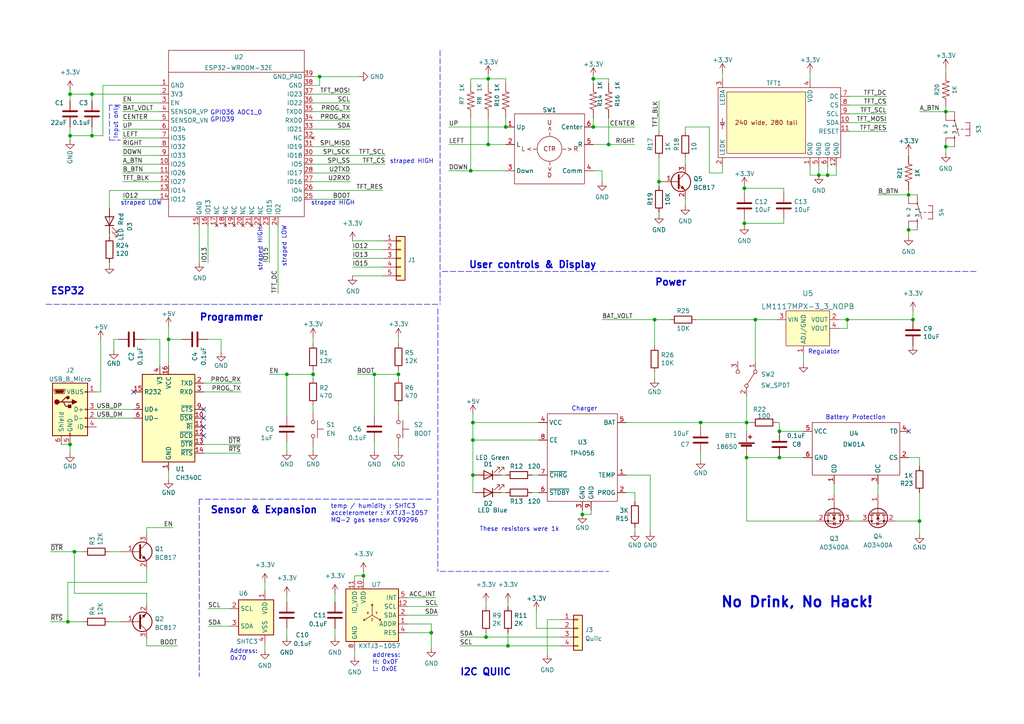
<source format=kicad_sch>
(kicad_sch (version 20211123) (generator eeschema)
  (paper "A4")
  (title_block (title "AVTokyo 2022 smart badge") (date "2022-09-20") (company "VPCAsia") (comment 1 "Emery Premeaux"))
  (junction (at 115.57 108.585))
  (junction (at 92.71 22.225))
  (junction (at 137.16 127.635))
  (junction (at 215.9 64.77))
  (junction (at 108.585 108.585))
  (junction (at 264.795 92.71))
  (junction (at 172.085 22.86))
  (junction (at 237.49 50.8))
  (junction (at 48.895 98.425))
  (junction (at 136.525 49.53))
  (junction (at 20.32 39.37))
  (junction (at 90.805 108.585))
  (junction (at 20.32 27.305))
  (junction (at 20.32 128.905))
  (junction (at 105.41 167.005))
  (junction (at 83.185 108.585))
  (junction (at 137.16 122.555))
  (junction (at 245.745 92.71))
  (junction (at 137.16 137.795))
  (junction (at 21.59 160.02))
  (junction (at 189.865 92.71))
  (junction (at 263.525 66.675))
  (junction (at 168.91 149.225))
  (junction (at 191.135 52.705))
  (junction (at 216.535 132.715))
  (junction (at 176.53 41.91))
  (junction (at 274.32 42.545))
  (junction (at 125.095 183.515))
  (junction (at 215.9 54.61))
  (junction (at 26.67 39.37))
  (junction (at 19.685 180.34))
  (junction (at 226.06 132.715))
  (junction (at 203.2 122.555))
  (junction (at 26.67 27.305))
  (junction (at 141.605 41.91))
  (junction (at 172.085 36.83))
  (junction (at 140.97 184.785))
  (junction (at 146.685 36.83))
  (junction (at 147.32 187.325))
  (junction (at 219.075 92.71))
  (junction (at 266.7 151.13))
  (junction (at 240.03 50.8))
  (junction (at 216.535 122.555))
  (junction (at 141.605 22.86))
  (junction (at 274.32 32.385))
  (junction (at 263.525 56.515))
  (junction (at 226.06 125.095))
  (no_connect (at 263.525 125.095))
  (no_connect (at 38.735 113.665))
  (no_connect (at 59.055 121.285))
  (no_connect (at 59.055 118.745))
  (no_connect (at 59.055 123.825))
  (no_connect (at 59.055 126.365))
  (wire (pts (xy 102.235 80.01) (xy 111.125 80.01)))
  (wire (pts (xy 241.935 140.335) (xy 241.935 143.51)))
  (wire (pts (xy 102.235 77.47) (xy 111.125 77.47)))
  (wire (pts (xy 188.595 137.795) (xy 188.595 154.305)))
  (wire (pts (xy 141.605 22.86) (xy 136.525 22.86)))
  (wire (pts (xy 174.625 92.71) (xy 189.865 92.71)))
  (wire (pts (xy 215.9 54.61) (xy 215.9 53.975)))
  (wire (pts (xy 29.21 98.425) (xy 29.21 113.665)))
  (wire (pts (xy 146.685 41.91) (xy 141.605 41.91)))
  (wire (pts (xy 263.525 132.715) (xy 266.7 132.715)))
  (wire (pts (xy 42.545 153.035) (xy 50.165 153.035)))
  (wire (pts (xy 35.56 45.085) (xy 46.355 45.085)))
  (wire (pts (xy 48.895 136.525) (xy 48.895 139.065)))
  (wire (pts (xy 158.75 179.705) (xy 158.75 189.865)))
  (wire (pts (xy 266.7 32.385) (xy 274.32 32.385)))
  (wire (pts (xy 48.895 94.615) (xy 48.895 98.425)))
  (wire (pts (xy 103.505 108.585) (xy 108.585 108.585)))
  (wire (pts (xy 125.095 180.975) (xy 125.095 183.515)))
  (wire (pts (xy 83.185 108.585) (xy 90.805 108.585)))
  (wire (pts (xy 115.57 117.475) (xy 115.57 119.38)))
  (wire (pts (xy 90.805 45.085) (xy 111.76 45.085)))
  (wire (pts (xy 227.33 63.5) (xy 227.33 64.77)))
  (wire (pts (xy 90.805 22.225) (xy 92.71 22.225)))
  (wire (pts (xy 140.97 184.785) (xy 162.56 184.785)))
  (wire (pts (xy 245.745 95.25) (xy 245.745 92.71)))
  (wire (pts (xy 216.535 122.555) (xy 216.535 125.095)))
  (wire (pts (xy 145.415 137.795) (xy 146.685 137.795)))
  (wire (pts (xy 48.895 98.425) (xy 48.895 106.045)))
  (wire (pts (xy 115.57 108.585) (xy 115.57 109.855)))
  (wire (pts (xy 29.845 39.37) (xy 29.845 24.765)))
  (wire (pts (xy 198.755 57.785) (xy 198.755 59.69)))
  (wire (pts (xy 274.32 19.685) (xy 274.32 20.955)))
  (wire (pts (xy 266.7 142.875) (xy 266.7 151.13)))
  (wire (pts (xy 205.74 36.83) (xy 205.74 50.165)))
  (wire (pts (xy 274.32 32.385) (xy 274.32 31.115)))
  (wire (pts (xy 172.085 22.225) (xy 172.085 22.86)))
  (wire (pts (xy 35.56 42.545) (xy 46.355 42.545)))
  (wire (pts (xy 240.03 50.8) (xy 237.49 50.8)))
  (wire (pts (xy 171.45 149.225) (xy 168.91 149.225)))
  (wire (pts (xy 225.425 122.555) (xy 226.06 122.555)))
  (wire (pts (xy 31.75 180.34) (xy 34.925 180.34)))
  (wire (pts (xy 118.11 183.515) (xy 125.095 183.515)))
  (wire (pts (xy 34.29 98.425) (xy 33.02 98.425)))
  (wire (pts (xy 154.305 137.795) (xy 156.21 137.795)))
  (wire (pts (xy 137.795 142.875) (xy 137.16 142.875)))
  (wire (pts (xy 246.38 30.48) (xy 257.175 30.48)))
  (wire (pts (xy 83.185 128.27) (xy 83.185 130.81)))
  (wire (pts (xy 263.525 66.675) (xy 263.525 68.58)))
  (wire (pts (xy 90.805 107.315) (xy 90.805 108.585)))
  (wire (pts (xy 108.585 120.65) (xy 108.585 108.585)))
  (polyline (pts (xy 127 89.535) (xy 127 165.735)))
  (wire (pts (xy 20.32 128.905) (xy 20.32 131.445)))
  (wire (pts (xy 233.045 102.87) (xy 233.045 105.41)))
  (polyline (pts (xy 34.925 30.48) (xy 31.75 30.48)))
  (wire (pts (xy 90.805 129.54) (xy 90.805 130.81)))
  (wire (pts (xy 42.545 187.325) (xy 51.435 187.325)))
  (wire (pts (xy 176.53 24.13) (xy 176.53 22.86)))
  (wire (pts (xy 102.235 69.85) (xy 111.125 69.85)))
  (wire (pts (xy 137.16 137.795) (xy 137.16 142.875)))
  (wire (pts (xy 172.085 49.53) (xy 174.625 49.53)))
  (wire (pts (xy 236.855 151.13) (xy 216.535 151.13)))
  (wire (pts (xy 243.205 95.25) (xy 245.745 95.25)))
  (wire (pts (xy 240.03 48.26) (xy 240.03 50.8)))
  (wire (pts (xy 234.95 20.955) (xy 234.95 22.86)))
  (wire (pts (xy 60.325 98.425) (xy 64.135 98.425)))
  (wire (pts (xy 102.87 188.595) (xy 102.87 190.5)))
  (polyline (pts (xy 13.335 88.265) (xy 127.635 88.265)))
  (wire (pts (xy 246.38 35.56) (xy 257.175 35.56)))
  (wire (pts (xy 263.525 44.45) (xy 263.525 45.085)))
  (wire (pts (xy 198.755 45.72) (xy 198.755 47.625)))
  (wire (pts (xy 90.805 55.245) (xy 111.125 55.245)))
  (wire (pts (xy 226.06 125.095) (xy 233.045 125.095)))
  (wire (pts (xy 21.59 172.085) (xy 42.545 172.085)))
  (wire (pts (xy 105.41 167.005) (xy 105.41 168.275)))
  (wire (pts (xy 137.16 120.015) (xy 137.16 122.555)))
  (wire (pts (xy 76.835 168.91) (xy 76.835 171.45)))
  (wire (pts (xy 17.78 128.905) (xy 20.32 128.905)))
  (wire (pts (xy 198.755 36.83) (xy 198.755 38.1)))
  (wire (pts (xy 237.49 48.26) (xy 237.49 50.8)))
  (wire (pts (xy 246.38 27.94) (xy 257.175 27.94)))
  (wire (pts (xy 118.11 178.435) (xy 127 178.435)))
  (wire (pts (xy 14.605 160.02) (xy 21.59 160.02)))
  (wire (pts (xy 191.135 29.21) (xy 191.135 38.1)))
  (wire (pts (xy 176.53 34.29) (xy 176.53 41.91)))
  (wire (pts (xy 26.67 36.83) (xy 26.67 39.37)))
  (wire (pts (xy 194.31 92.71) (xy 189.865 92.71)))
  (wire (pts (xy 59.055 113.665) (xy 69.85 113.665)))
  (wire (pts (xy 21.59 160.02) (xy 24.13 160.02)))
  (wire (pts (xy 191.135 45.72) (xy 191.135 52.705)))
  (wire (pts (xy 46.355 55.245) (xy 31.75 55.245)))
  (wire (pts (xy 19.685 168.91) (xy 19.685 180.34)))
  (wire (pts (xy 41.91 98.425) (xy 46.355 98.425)))
  (wire (pts (xy 215.9 63.5) (xy 215.9 64.77)))
  (wire (pts (xy 83.185 108.585) (xy 83.185 120.65)))
  (wire (pts (xy 191.135 52.705) (xy 191.135 53.975)))
  (wire (pts (xy 247.015 151.13) (xy 249.555 151.13)))
  (wire (pts (xy 27.94 118.745) (xy 38.735 118.745)))
  (wire (pts (xy 48.895 98.425) (xy 52.705 98.425)))
  (wire (pts (xy 216.535 132.715) (xy 226.06 132.715)))
  (wire (pts (xy 21.59 160.02) (xy 21.59 172.085)))
  (wire (pts (xy 141.605 22.86) (xy 141.605 24.13)))
  (wire (pts (xy 162.56 182.245) (xy 155.575 182.245)))
  (polyline (pts (xy 57.785 144.78) (xy 57.785 196.215)))
  (wire (pts (xy 226.06 122.555) (xy 226.06 125.095)))
  (wire (pts (xy 42.545 165.1) (xy 42.545 168.91)))
  (wire (pts (xy 115.57 129.54) (xy 115.57 130.81)))
  (wire (pts (xy 83.185 172.72) (xy 83.185 174.625)))
  (wire (pts (xy 102.87 168.275) (xy 102.87 167.005)))
  (wire (pts (xy 115.57 97.79) (xy 115.57 99.695)))
  (wire (pts (xy 29.845 24.765) (xy 46.355 24.765)))
  (wire (pts (xy 234.95 48.26) (xy 234.95 50.8)))
  (wire (pts (xy 42.545 154.94) (xy 42.545 153.035)))
  (wire (pts (xy 216.535 114.935) (xy 216.535 122.555)))
  (wire (pts (xy 254.635 56.515) (xy 263.525 56.515)))
  (wire (pts (xy 108.585 108.585) (xy 115.57 108.585)))
  (wire (pts (xy 35.56 50.165) (xy 46.355 50.165)))
  (wire (pts (xy 263.525 66.675) (xy 266.065 66.675)))
  (polyline (pts (xy 31.75 40.64) (xy 34.925 40.64)))
  (wire (pts (xy 133.35 187.325) (xy 147.32 187.325)))
  (wire (pts (xy 80.645 65.405) (xy 80.645 85.09)))
  (wire (pts (xy 137.16 137.795) (xy 137.795 137.795)))
  (wire (pts (xy 83.185 182.245) (xy 83.185 184.785)))
  (polyline (pts (xy 127.635 14.605) (xy 127.635 74.295)))
  (wire (pts (xy 209.55 20.955) (xy 209.55 22.86)))
  (wire (pts (xy 19.685 180.34) (xy 24.13 180.34)))
  (wire (pts (xy 274.32 42.545) (xy 276.86 42.545)))
  (wire (pts (xy 108.585 128.27) (xy 108.585 130.81)))
  (wire (pts (xy 26.67 39.37) (xy 20.32 39.37)))
  (wire (pts (xy 140.97 183.515) (xy 140.97 184.785)))
  (wire (pts (xy 184.15 153.035) (xy 184.15 154.305)))
  (wire (pts (xy 35.56 37.465) (xy 46.355 37.465)))
  (wire (pts (xy 263.525 55.245) (xy 263.525 56.515)))
  (wire (pts (xy 146.685 24.13) (xy 146.685 22.86)))
  (wire (pts (xy 42.545 172.085) (xy 42.545 175.26)))
  (wire (pts (xy 76.835 186.69) (xy 76.835 188.595)))
  (wire (pts (xy 264.795 92.71) (xy 264.795 90.17)))
  (wire (pts (xy 125.095 183.515) (xy 125.095 187.96)))
  (wire (pts (xy 141.605 34.29) (xy 141.605 41.91)))
  (wire (pts (xy 102.87 167.005) (xy 105.41 167.005)))
  (wire (pts (xy 246.38 38.1) (xy 257.175 38.1)))
  (wire (pts (xy 78.105 108.585) (xy 83.185 108.585)))
  (wire (pts (xy 263.525 56.515) (xy 266.065 56.515)))
  (wire (pts (xy 20.32 27.305) (xy 26.67 27.305)))
  (wire (pts (xy 31.75 67.945) (xy 31.75 68.58)))
  (wire (pts (xy 60.325 181.61) (xy 66.675 181.61)))
  (wire (pts (xy 155.575 182.245) (xy 155.575 177.165)))
  (wire (pts (xy 147.32 174.625) (xy 147.32 175.895)))
  (wire (pts (xy 227.33 55.88) (xy 227.33 54.61)))
  (wire (pts (xy 147.32 183.515) (xy 147.32 187.325)))
  (wire (pts (xy 181.61 122.555) (xy 203.2 122.555)))
  (wire (pts (xy 97.155 182.245) (xy 97.155 184.785)))
  (wire (pts (xy 243.205 92.71) (xy 245.745 92.71)))
  (wire (pts (xy 154.305 142.875) (xy 156.21 142.875)))
  (wire (pts (xy 203.2 131.445) (xy 203.2 133.35)))
  (wire (pts (xy 171.45 147.955) (xy 171.45 149.225)))
  (wire (pts (xy 20.32 26.035) (xy 20.32 27.305)))
  (wire (pts (xy 118.11 175.895) (xy 127 175.895)))
  (wire (pts (xy 130.175 41.91) (xy 141.605 41.91)))
  (wire (pts (xy 203.2 122.555) (xy 216.535 122.555)))
  (wire (pts (xy 140.97 174.625) (xy 140.97 175.895)))
  (wire (pts (xy 130.175 36.83) (xy 146.685 36.83)))
  (wire (pts (xy 133.35 184.785) (xy 140.97 184.785)))
  (wire (pts (xy 90.805 27.305) (xy 101.6 27.305)))
  (wire (pts (xy 90.805 37.465) (xy 101.6 37.465)))
  (wire (pts (xy 181.61 142.875) (xy 184.15 142.875)))
  (wire (pts (xy 29.21 113.665) (xy 27.94 113.665)))
  (wire (pts (xy 242.57 50.8) (xy 240.03 50.8)))
  (wire (pts (xy 137.16 127.635) (xy 156.21 127.635)))
  (wire (pts (xy 188.595 137.795) (xy 181.61 137.795)))
  (wire (pts (xy 274.32 42.545) (xy 274.32 44.45)))
  (wire (pts (xy 26.67 27.305) (xy 46.355 27.305)))
  (wire (pts (xy 205.74 50.165) (xy 209.55 50.165)))
  (wire (pts (xy 90.805 52.705) (xy 101.6 52.705)))
  (wire (pts (xy 59.055 128.905) (xy 69.85 128.905)))
  (wire (pts (xy 162.56 179.705) (xy 158.75 179.705)))
  (wire (pts (xy 31.75 160.02) (xy 34.925 160.02)))
  (wire (pts (xy 191.135 61.595) (xy 191.135 62.23)))
  (wire (pts (xy 35.56 34.925) (xy 46.355 34.925)))
  (wire (pts (xy 90.805 32.385) (xy 101.6 32.385)))
  (wire (pts (xy 59.055 111.125) (xy 69.85 111.125)))
  (wire (pts (xy 246.38 33.02) (xy 257.175 33.02)))
  (wire (pts (xy 35.56 32.385) (xy 46.355 32.385)))
  (wire (pts (xy 189.865 92.71) (xy 189.865 100.33)))
  (wire (pts (xy 184.15 142.875) (xy 184.15 145.415)))
  (wire (pts (xy 42.545 187.325) (xy 42.545 185.42)))
  (wire (pts (xy 102.235 74.93) (xy 111.125 74.93)))
  (wire (pts (xy 147.32 187.325) (xy 162.56 187.325)))
  (wire (pts (xy 266.7 132.715) (xy 266.7 135.255)))
  (wire (pts (xy 219.075 92.71) (xy 225.425 92.71)))
  (wire (pts (xy 90.805 42.545) (xy 101.6 42.545)))
  (wire (pts (xy 136.525 22.86) (xy 136.525 24.13)))
  (wire (pts (xy 242.57 48.26) (xy 242.57 50.8)))
  (wire (pts (xy 42.545 168.91) (xy 19.685 168.91)))
  (wire (pts (xy 136.525 49.53) (xy 130.175 49.53)))
  (wire (pts (xy 234.95 50.8) (xy 237.49 50.8)))
  (wire (pts (xy 172.085 34.29) (xy 172.085 36.83)))
  (wire (pts (xy 176.53 41.91) (xy 184.15 41.91)))
  (wire (pts (xy 90.805 34.925) (xy 101.6 34.925)))
  (wire (pts (xy 189.865 107.95) (xy 189.865 109.855)))
  (wire (pts (xy 203.2 122.555) (xy 203.2 123.825)))
  (wire (pts (xy 35.56 52.705) (xy 46.355 52.705)))
  (wire (pts (xy 137.16 122.555) (xy 137.16 127.635)))
  (wire (pts (xy 31.75 55.245) (xy 31.75 60.325)))
  (wire (pts (xy 90.805 29.845) (xy 101.6 29.845)))
  (wire (pts (xy 259.715 151.13) (xy 266.7 151.13)))
  (wire (pts (xy 90.805 117.475) (xy 90.805 119.38)))
  (wire (pts (xy 176.53 22.86) (xy 172.085 22.86)))
  (wire (pts (xy 14.605 180.34) (xy 19.685 180.34)))
  (wire (pts (xy 92.71 22.225) (xy 92.71 24.765)))
  (wire (pts (xy 35.56 57.785) (xy 46.355 57.785)))
  (wire (pts (xy 57.785 65.405) (xy 57.785 76.2)))
  (wire (pts (xy 27.94 121.285) (xy 38.735 121.285)))
  (wire (pts (xy 198.755 36.83) (xy 205.74 36.83)))
  (wire (pts (xy 59.055 131.445) (xy 69.85 131.445)))
  (wire (pts (xy 266.7 151.13) (xy 266.7 154.94)))
  (wire (pts (xy 97.155 172.085) (xy 97.155 174.625)))
  (wire (pts (xy 254.635 140.335) (xy 254.635 143.51)))
  (polyline (pts (xy 128.27 78.74) (xy 283.21 78.74)))
  (wire (pts (xy 216.535 132.715) (xy 216.535 151.13)))
  (wire (pts (xy 227.33 54.61) (xy 215.9 54.61)))
  (wire (pts (xy 201.93 92.71) (xy 219.075 92.71)))
  (wire (pts (xy 102.235 72.39) (xy 111.125 72.39)))
  (wire (pts (xy 146.685 22.86) (xy 141.605 22.86)))
  (wire (pts (xy 92.71 22.225) (xy 104.14 22.225)))
  (wire (pts (xy 156.21 122.555) (xy 137.16 122.555)))
  (wire (pts (xy 176.53 41.91) (xy 172.085 41.91)))
  (wire (pts (xy 90.805 57.785) (xy 101.6 57.785)))
  (wire (pts (xy 245.745 92.71) (xy 264.795 92.71)))
  (wire (pts (xy 26.67 39.37) (xy 29.845 39.37)))
  (wire (pts (xy 219.075 92.71) (xy 219.075 104.775)))
  (polyline (pts (xy 127.635 165.735) (xy 176.53 165.735)))
  (wire (pts (xy 90.805 50.165) (xy 101.6 50.165)))
  (wire (pts (xy 46.355 98.425) (xy 46.355 106.045)))
  (wire (pts (xy 115.57 107.315) (xy 115.57 108.585)))
  (wire (pts (xy 64.135 98.425) (xy 64.135 102.235)))
  (wire (pts (xy 20.32 27.305) (xy 20.32 29.21)))
  (wire (pts (xy 31.75 76.2) (xy 31.75 76.835)))
  (wire (pts (xy 78.105 76.2) (xy 78.105 65.405)))
  (wire (pts (xy 227.33 64.77) (xy 215.9 64.77)))
  (wire (pts (xy 174.625 49.53) (xy 174.625 52.705)))
  (polyline (pts (xy 125.095 144.78) (xy 57.785 144.78)))
  (wire (pts (xy 172.085 36.83) (xy 184.15 36.83)))
  (wire (pts (xy 141.605 21.59) (xy 141.605 22.86)))
  (wire (pts (xy 26.67 27.305) (xy 26.67 29.21)))
  (wire (pts (xy 209.55 50.165) (xy 209.55 48.26)))
  (wire (pts (xy 60.325 76.2) (xy 60.325 65.405)))
  (wire (pts (xy 20.32 36.83) (xy 20.32 39.37)))
  (wire (pts (xy 35.56 29.845) (xy 46.355 29.845)))
  (wire (pts (xy 118.11 173.355) (xy 126.365 173.355)))
  (wire (pts (xy 60.325 176.53) (xy 66.675 176.53)))
  (wire (pts (xy 136.525 34.29) (xy 136.525 49.53)))
  (wire (pts (xy 90.805 24.765) (xy 92.71 24.765)))
  (wire (pts (xy 145.415 142.875) (xy 146.685 142.875)))
  (wire (pts (xy 35.56 40.005) (xy 46.355 40.005)))
  (wire (pts (xy 215.9 64.77) (xy 215.9 65.405)))
  (wire (pts (xy 146.685 49.53) (xy 136.525 49.53)))
  (wire (pts (xy 90.805 97.79) (xy 90.805 99.695)))
  (wire (pts (xy 146.685 34.29) (xy 146.685 36.83)))
  (wire (pts (xy 33.02 98.425) (xy 33.02 101.6)))
  (wire (pts (xy 118.11 180.975) (xy 125.095 180.975)))
  (wire (pts (xy 215.9 54.61) (xy 215.9 55.88)))
  (wire (pts (xy 90.805 108.585) (xy 90.805 109.855)))
  (wire (pts (xy 233.045 132.715) (xy 226.06 132.715)))
  (polyline (pts (xy 31.75 30.48) (xy 31.75 40.64)))
  (wire (pts (xy 137.16 127.635) (xy 137.16 137.795)))
  (wire (pts (xy 90.805 47.625) (xy 111.76 47.625)))
  (wire (pts (xy 35.56 47.625) (xy 46.355 47.625)))
  (wire (pts (xy 168.91 147.955) (xy 168.91 149.225)))
  (wire (pts (xy 274.32 32.385) (xy 276.86 32.385)))
  (wire (pts (xy 105.41 165.735) (xy 105.41 167.005)))
  (wire (pts (xy 20.32 39.37) (xy 20.32 40.64)))
  (wire (pts (xy 172.085 22.86) (xy 172.085 24.13)))
  (wire (pts (xy 216.535 122.555) (xy 217.805 122.555)))
  (polyline (pts (xy 127.635 74.295) (xy 127.635 88.265)))
  (text "straped HIGH" (at 90.17 59.69 0) (effects (font (size 1.27 1.27)) (justify left bottom)))
  (text "straped LOW" (at 83.185 77.47 90) (effects (font (size 1.27 1.27)) (justify left bottom)))
  (text "ESP32" (at 14.605 85.725 0) (effects (font (size 2 2) bold) (justify left bottom)))
  (text "Charger" (at 165.735 119.38 0) (effects (font (size 1.27 1.27)) (justify left bottom)))
  (text "GPIO36 ADC1_0\nGPIO39" (at 60.96 35.56 0) (effects (font (size 1.27 1.27)) (justify left bottom)))
  (text "straped LOW" (at 34.925 59.69 0) (effects (font (size 1.27 1.27)) (justify left bottom)))
  (text "Regulator" (at 234.315 102.87 0) (effects (font (size 1.27 1.27)) (justify left bottom)))
  (text "temp / humidity : SHTC3\naccelerometer : KXTJ3-1057\nMQ-2 gas sensor C99296" (at 95.885 151.765 0) (effects (font (size 1.27 1.27)) (justify left bottom)))
  (text "Power" (at 189.865 83.185 0) (effects (font (size 2 2) bold) (justify left bottom)))
  (text "Address:\n0x70" (at 66.675 191.77 0) (effects (font (size 1.27 1.27)) (justify left bottom)))
  (text "Input only" (at 34.29 30.48 270) (effects (font (size 1.27 1.27)) (justify right bottom)))
  (text "Battery Protection" (at 239.395 121.92 0) (effects (font (size 1.27 1.27)) (justify left bottom)))
  (text "These resistors were 1k" (at 139.065 154.305 0) (effects (font (size 1.27 1.27)) (justify left bottom)))
  (text "address:\nH: 0x0F\nL: 0x0E" (at 107.95 194.945 0) (effects (font (size 1.27 1.27)) (justify left bottom)))
  (text "straped HIGH" (at 76.2 78.74 90) (effects (font (size 1.27 1.27)) (justify left bottom)))
  (text "straped HIGH" (at 113.03 47.625 0) (effects (font (size 1.27 1.27)) (justify left bottom)))
  (text "Programmer" (at 57.785 93.345 0) (effects (font (size 2 2) bold) (justify left bottom)))
  (text "I2C QUIIC" (at 133.35 196.215 0) (effects (font (size 2 2) bold) (justify left bottom)))
  (text "No Drink, No Hack!" (at 208.915 176.53 0) (effects (font (size 3 3) (thickness 0.6) bold) (justify left bottom)))
  (text "Sensor & Expansion" (at 60.96 149.225 0) (effects (font (size 2 2) bold) (justify left bottom)))
  (text "User controls & Display" (at 135.89 78.105 0) (effects (font (size 2 2) (thickness 0.4) bold) (justify left bottom)))
  (label "SPI_MISO" (at 101.6 42.545 180))
  (label "EN" (at 50.165 153.035 180))
  (label "~{RTS}" (at 14.605 180.34 0))
  (label "LEFT" (at 130.175 41.91 0))
  (label "SCL" (at 101.6 29.845 180))
  (label "SCL" (at 133.35 187.325 0))
  (label "U2TXD" (at 101.6 50.165 180))
  (label "PROG_RX" (at 101.6 34.925 180))
  (label "ACC_INT" (at 126.365 173.355 180))
  (label "B_BTN" (at 35.56 50.165 0))
  (label "TFT_BLK" (at 35.56 52.705 0))
  (label "IO15" (at 102.235 77.47 0))
  (label "PROG_TX" (at 101.6 32.385 180))
  (label "IO13" (at 60.325 76.2 90))
  (label "PROG_TX" (at 69.85 113.665 180))
  (label "USB_DM" (at 27.94 121.285 0))
  (label "~{RTS}" (at 69.85 131.445 180))
  (label "UP" (at 35.56 37.465 0))
  (label "SDA" (at 60.325 181.61 0))
  (label "IO12" (at 102.235 72.39 0))
  (label "~{DTR}" (at 69.85 128.905 180))
  (label "CENTER" (at 35.56 34.925 0))
  (label "TFT_RES" (at 111.125 55.245 180))
  (label "DOWN" (at 130.175 49.53 0))
  (label "TFT_CS" (at 257.175 30.48 180))
  (label "BAT_VOLT" (at 35.56 32.385 0))
  (label "B_BTN" (at 254.635 56.515 0))
  (label "BAT_VOLT" (at 174.625 92.71 0))
  (label "IO13" (at 102.235 74.93 0))
  (label "TFT_BLK" (at 191.135 29.21 270))
  (label "RIGHT" (at 35.56 42.545 0))
  (label "CENTER" (at 184.15 36.83 180))
  (label "UP" (at 130.175 36.83 0))
  (label "RIGHT" (at 184.15 41.91 180))
  (label "A_BTN" (at 35.56 47.625 0))
  (label "BOOT" (at 101.6 57.785 180))
  (label "TFT_MOSI" (at 257.175 35.56 180))
  (label "SDA" (at 133.35 184.785 0))
  (label "BOOT" (at 103.505 108.585 0))
  (label "U2RXD" (at 101.6 52.705 180))
  (label "TFT_SCL" (at 257.175 33.02 180))
  (label "EN" (at 78.105 108.585 0))
  (label "SPI_SS" (at 101.6 47.625 180))
  (label "SDA" (at 127 178.435 180))
  (label "A_BTN" (at 266.7 32.385 0))
  (label "SPI_SCK" (at 101.6 45.085 180))
  (label "SCL" (at 60.325 176.53 0))
  (label "TFT_MOSI" (at 101.6 27.305 180))
  (label "PROG_RX" (at 69.85 111.125 180))
  (label "IO15" (at 78.105 76.2 90))
  (label "~{DTR}" (at 14.605 160.02 0))
  (label "IO12" (at 35.56 57.785 0))
  (label "DOWN" (at 35.56 45.085 0))
  (label "SDA" (at 101.6 37.465 180))
  (label "USB_DP" (at 27.94 118.745 0))
  (label "TFT_DC" (at 80.645 85.09 90))
  (label "TFT_CS" (at 111.76 47.625 180))
  (label "BOOT" (at 51.435 187.325 180))
  (label "TFT_SCL" (at 111.76 45.085 180))
  (label "TFT_DC" (at 257.175 27.94 180))
  (label "LEFT" (at 35.56 40.005 0))
  (label "SCL" (at 127 175.895 180))
  (label "EN" (at 35.56 29.845 0))
  (label "TFT_RES" (at 257.175 38.1 180))
  (symbol (lib_id "SparkFun-Resistors:RESISTOR0805") (at 172.085 29.21 90) (unit 1)
    (property "Reference" "R14" (at 173.99 29.21 0) (effects (font (size 1.143 1.143))))
    (property "Value" "1K" (at 173.99 24.765 0) (effects (font (size 1.143 1.143))))
    (property "Footprint" "Resistor_SMD:R_0805_2012Metric_Pad1.20x1.40mm_HandSolder" (effects hide))
    (property "Field4" " " (at 169.9783 29.21 0) (effects (font (size 1.524 1.524))))
    (property "JLCPCB#" "C17513" (effects hide))
    (property "JLC_Status" "basic" (effects hide))
  )
  (symbol (lib_id "power:+3.3V") (at 141.605 21.59 0) (unit 1)
    (property "Reference" "#PWR015" (effects hide))
    (property "Value" "+3.3V" (at 141.605 18.0142 0))
  )
  (symbol (lib_id "Device:LED") (at 31.75 64.135 90) (unit 1)
    (property "Reference" "D3" (at 37.6088 65.7225 0))
    (property "Value" "LED Red" (at 35.0719 65.7225 0))
    (property "Footprint" "LED_SMD:LED_0805_2012Metric" (effects hide))
    (property "JLCPCB Status" "basic" (effects hide))
    (property "JLCPCB#" "C84256" (effects hide))
    (property "JLC_Status" "basic" (effects hide))
  )
  (symbol (lib_id "power:GND") (at 184.15 154.305 0) (mirror y) (unit 1)
    (property "Reference" "#PWR025" (effects hide))
    (property "Value" "GND" (at 184.15 158.115 0))
  )
  (symbol (lib_id "SparkFun-Switches:MOMENTARY-SWITCH-SPST-2-SMD-5.2MM") (at 276.86 37.465 270) (unit 1)
    (property "Reference" "S3" (at 283.845 37.465 0) (effects (font (size 1.143 1.143))))
    (property "Value" "MOMENTARY-SWITCH-SPST-2-SMD-5.2MM" (effects hide))
    (property "Footprint" "digikey-footprints:Switch_Tactile_SMD_6x6mm" (effects hide))
    (property "Field4" "SWCH-08247" (effects hide))
    (property "JLCPCB Status" "extended" (effects hide))
    (property "JLCPCB#" "C2837531" (effects hide))
    (property "JLC_Status" "extended" (effects hide))
  )
  (symbol (lib_id "power:GND") (at 57.785 76.2 0) (unit 1)
    (property "Reference" "#PWR07" (effects hide))
    (property "Value" "GND" (at 55.88 80.645 0) (effects (justify left)))
  )
  (symbol (lib_id "Sensor_Humidity:SHTC3") (at 74.295 179.07 0) (unit 1)
    (property "Reference" "U6" (at 69.215 172.085 0) (effects (justify left)))
    (property "Value" "SHTC3" (at 68.58 186.055 0) (effects (justify left)))
    (property "Footprint" "Sensor_Humidity:Sensirion_DFN-4-1EP_2x2mm_P1mm_EP0.7x1.6mm" (effects hide))
    (property "Datasheet" "https://www.sensirion.com/fileadmin/user_upload/customers/sensirion/Dokumente/0_Datasheets/Humidity/Sensirion_Humidity_Sensors_SHTC3_Datasheet.pdf" (effects hide))
    (property "JLCPCB#" "C194656" (effects hide))
    (property "JLC_Status" "extended" (effects hide))
  )
  (symbol (lib_id "power:+3.3V") (at 155.575 177.165 0) (unit 1)
    (property "Reference" "#PWR019" (effects hide))
    (property "Value" "+3.3V" (at 155.575 173.5892 0))
  )
  (symbol (lib_id "Device:R") (at 221.615 122.555 90) (unit 1)
    (property "Reference" "R22" (at 222.25 118.745 90) (effects (justify left)))
    (property "Value" "100" (at 223.52 120.65 90) (effects (justify left)))
    (property "Footprint" "Resistor_SMD:R_0805_2012Metric_Pad1.20x1.40mm_HandSolder" (effects hide))
    (property "JLCPCB#" "C17408" (effects hide))
    (property "JLC_Status" "basic" (effects hide))
  )
  (symbol (lib_id "power:+3.3V") (at 76.835 168.91 0) (unit 1)
    (property "Reference" "#PWR029" (effects hide))
    (property "Value" "+3.3V" (at 76.835 163.83 0))
  )
  (symbol (lib_id "power:+5V") (at 48.895 94.615 0) (unit 1)
    (property "Reference" "#PWR04" (effects hide))
    (property "Value" "+5V" (at 48.895 91.0392 0))
  )
  (symbol (lib_id "power:GND") (at 31.75 76.835 0) (mirror y) (unit 1)
    (property "Reference" "#PWR041" (effects hide))
    (property "Value" "GND" (effects hide))
  )
  (symbol (lib_id "Device:R") (at 115.57 103.505 0) (unit 1)
    (property "Reference" "R5" (at 117.348 102.3366 0) (effects (justify left)))
    (property "Value" "12K" (at 117.348 104.648 0) (effects (justify left)))
    (property "Footprint" "Resistor_SMD:R_0805_2012Metric_Pad1.20x1.40mm_HandSolder" (effects hide))
    (property "JLCPCB#" "C17444" (effects hide))
    (property "JLC_Status" "basic" (effects hide))
  )
  (symbol (lib_id "power:GND") (at 20.32 40.64 0) (unit 1)
    (property "Reference" "#PWR03" (effects hide))
    (property "Value" "GND" (at 20.32 47.625 90) (effects (justify left)))
  )
  (symbol (lib_id "power:GND") (at 102.235 80.01 0) (unit 1)
    (property "Reference" "#PWR056" (effects hide))
    (property "Value" "GND" (at 100.33 84.455 0) (effects (justify left)))
  )
  (symbol (lib_id "Device:R") (at 147.32 179.705 0) (unit 1)
    (property "Reference" "R11" (at 149.098 178.5366 0) (effects (justify left)))
    (property "Value" "2K" (at 149.098 180.848 0) (effects (justify left)))
    (property "Footprint" "Resistor_SMD:R_0805_2012Metric_Pad1.20x1.40mm_HandSolder" (effects hide))
    (property "JLCPCB#" "C17604" (effects hide))
    (property "JLC_Status" "basic" (effects hide))
  )
  (symbol (lib_id "power:GND") (at 83.185 184.785 0) (unit 1)
    (property "Reference" "#PWR043" (effects hide))
    (property "Value" "GND" (at 83.185 189.2284 0))
  )
  (symbol (lib_id "Device:R") (at 115.57 113.665 0) (unit 1)
    (property "Reference" "R6" (at 117.348 112.4966 0) (effects (justify left)))
    (property "Value" "470" (at 117.348 114.808 0) (effects (justify left)))
    (property "Footprint" "Resistor_SMD:R_0805_2012Metric_Pad1.20x1.40mm_HandSolder" (effects hide))
    (property "JLCPCB#" "C17710" (effects hide))
    (property "JLC_Status" "basic" (effects hide))
  )
  (symbol (lib_id "Device:R") (at 198.755 41.91 0) (unit 1)
    (property "Reference" "R18" (at 196.215 43.815 90) (effects (justify left)))
    (property "Value" "10" (at 201.295 43.815 90) (effects (justify left)))
    (property "Footprint" "Resistor_SMD:R_0805_2012Metric_Pad1.20x1.40mm_HandSolder" (effects hide))
    (property "JLCPCB#" "C176204" (effects hide))
    (property "JLC_Status" "basic" (effects hide))
  )
  (symbol (lib_id "Device:C") (at 38.1 98.425 90) (unit 1)
    (property "Reference" "C2" (at 38.1 104.775 0) (effects (justify left)))
    (property "Value" "0.1uF" (at 40.64 106.045 0) (effects (justify left)))
    (property "Footprint" "Capacitor_SMD:C_0805_2012Metric_Pad1.18x1.45mm_HandSolder" (effects hide))
    (property "JLCPCB#" "C49678" (effects hide))
    (property "JLC_Status" "basic" (effects hide))
  )
  (symbol (lib_id "power:+3.3V") (at 90.805 97.79 0) (mirror y) (unit 1)
    (property "Reference" "#PWR09" (effects hide))
    (property "Value" "+3.3V" (at 90.805 93.98 0))
  )
  (symbol (lib_id "power:+5V") (at 137.16 120.015 0) (unit 1)
    (property "Reference" "#PWR016" (effects hide))
    (property "Value" "+5V" (at 137.16 116.4392 0))
  )
  (symbol (lib_id "Device:R") (at 184.15 149.225 180) (unit 1)
    (property "Reference" "R15" (at 182.372 150.3934 0) (effects (justify left)))
    (property "Value" "3K" (at 182.372 148.082 0) (effects (justify left)))
    (property "Footprint" "Resistor_SMD:R_0805_2012Metric_Pad1.20x1.40mm_HandSolder" (effects hide))
    (property "JLCPCB#" "C17661" (effects hide))
    (property "JLC_Status" "basic" (effects hide))
  )
  (symbol (lib_id "power:+5V") (at 29.21 98.425 0) (unit 1)
    (property "Reference" "#PWR036" (effects hide))
    (property "Value" "+5V" (at 29.21 94.8492 0))
  )
  (symbol (lib_id "power:+3.3V") (at 115.57 97.79 0) (mirror y) (unit 1)
    (property "Reference" "#PWR013" (effects hide))
    (property "Value" "+3.3V" (at 115.57 93.98 0))
  )
  (symbol (lib_id "SparkFun-Resistors:RESISTOR0805") (at 274.32 26.035 90) (unit 1)
    (property "Reference" "R20" (at 271.78 26.035 0) (effects (font (size 1.143 1.143))))
    (property "Value" "1K" (at 276.86 26.035 0) (effects (font (size 1.143 1.143))))
    (property "Footprint" "Resistor_SMD:R_0805_2012Metric_Pad1.20x1.40mm_HandSolder" (effects hide))
    (property "Field4" " " (at 272.2133 26.035 0) (effects (font (size 1.524 1.524))))
    (property "JLCPCB#" "C17513" (effects hide))
    (property "JLC_Status" "basic" (effects hide))
  )
  (symbol (lib_id "Connector_Generic:Conn_01x05") (at 116.205 74.93 0) (unit 1)
    (property "Reference" "J1" (at 118.237 75.3638 0) (effects (justify left)))
    (property "Value" "Conn_01x05" (effects hide))
    (property "Footprint" "Connector_PinHeader_2.54mm:PinHeader_1x05_P2.54mm_Vertical" (effects hide))
    (property "JLC_Status" "DO NOT POPULATE" (effects hide))
  )
  (symbol (lib_id "power:GND") (at 237.49 50.8 0) (unit 1)
    (property "Reference" "#PWR049" (effects hide))
    (property "Value" "GND" (at 237.49 55.2434 0))
  )
  (symbol (lib_id "Switch:SW_Push") (at 90.805 124.46 270) (unit 1)
    (property "Reference" "S1" (at 94.615 123.1899 90) (effects (justify left)))
    (property "Value" "EN" (at 94.615 125.7299 90) (effects (justify left)))
    (property "Footprint" "Button_Switch_SMD:SW_Push_1P1T_NO_CK_KMR2" (effects hide))
    (property "pn" "KMR2" (effects hide))
    (property "JLCPCB Status" "extended" (effects hide))
    (property "JLCPCB#" "C99271" (effects hide))
    (property "JLC_Status" "extended" (effects hide))
  )
  (symbol (lib_id "Device:C") (at 227.33 59.69 0) (unit 1)
    (property "Reference" "C13" (at 230.251 58.5216 0) (effects (justify left)))
    (property "Value" "10uF" (at 230.251 60.833 0) (effects (justify left)))
    (property "Footprint" "Capacitor_SMD:C_0805_2012Metric_Pad1.18x1.45mm_HandSolder" (effects hide))
    (property "JLCPCB#" "C15850" (effects hide))
    (property "JLC_Status" "basic" (effects hide))
  )
  (symbol (lib_id "Connector_Generic:Conn_01x04") (at 167.64 182.245 0) (unit 1)
    (property "Reference" "J3" (at 169.672 182.6803 0) (effects (justify left)))
    (property "Value" "Quiic" (at 169.672 185.2172 0) (effects (justify left)))
    (property "Footprint" "Connector_JST:JST_SH_BM04B-SRSS-TB_1x04-1MP_P1.00mm_Vertical" (effects hide))
    (property "JLC_Status" "DO NOT POPULATE" (effects hide))
  )
  (symbol (lib_id "SparkFun-Resistors:RESISTOR0805") (at 141.605 29.21 90) (unit 1)
    (property "Reference" "R8" (at 139.065 29.21 0) (effects (font (size 1.143 1.143))))
    (property "Value" "1K" (at 139.065 25.4 0) (effects (font (size 1.143 1.143))))
    (property "Footprint" "Resistor_SMD:R_0805_2012Metric_Pad1.20x1.40mm_HandSolder" (effects hide))
    (property "Field4" " " (at 139.4983 29.21 0) (effects (font (size 1.524 1.524))))
    (property "JLCPCB#" "C17513" (effects hide))
    (property "JLC_Status" "basic" (effects hide))
  )
  (symbol (lib_id "power:GND") (at 108.585 130.81 0) (mirror y) (unit 1)
    (property "Reference" "#PWR012" (effects hide))
    (property "Value" "GND" (at 108.585 134.62 0))
  )
  (symbol (lib_id "Device:R") (at 266.7 139.065 180) (unit 1)
    (property "Reference" "R23" (at 264.922 140.2334 0) (effects (justify left)))
    (property "Value" "1K" (at 264.922 137.922 0) (effects (justify left)))
    (property "Footprint" "Resistor_SMD:R_0805_2012Metric_Pad1.20x1.40mm_HandSolder" (effects hide))
    (property "JLCPCB#" "C17513" (effects hide))
    (property "JLC_Status" "basic" (effects hide))
  )
  (symbol (lib_id "Device:R") (at 90.805 113.665 0) (unit 1)
    (property "Reference" "R2" (at 92.583 112.4966 0) (effects (justify left)))
    (property "Value" "470" (at 92.583 114.808 0) (effects (justify left)))
    (property "Footprint" "Resistor_SMD:R_0805_2012Metric_Pad1.20x1.40mm_HandSolder" (effects hide))
    (property "JLCPCB#" "C17710" (effects hide))
    (property "JLC_Status" "basic" (effects hide))
  )
  (symbol (lib_id "power:+3.3V") (at 234.95 20.955 0) (unit 1)
    (property "Reference" "#PWR028" (effects hide))
    (property "Value" "+3.3V" (at 234.95 17.3792 0))
  )
  (symbol (lib_id "SparkFun-Resistors:RESISTOR0805") (at 176.53 29.21 90) (unit 1)
    (property "Reference" "R16" (at 179.07 29.21 0) (effects (font (size 1.143 1.143))))
    (property "Value" "1K" (at 179.07 24.765 0) (effects (font (size 1.143 1.143))))
    (property "Footprint" "Resistor_SMD:R_0805_2012Metric_Pad1.20x1.40mm_HandSolder" (effects hide))
    (property "Field4" " " (at 174.4233 29.21 0) (effects (font (size 1.524 1.524))))
    (property "JLCPCB#" "C17513" (effects hide))
    (property "JLC_Status" "basic" (effects hide))
  )
  (symbol (lib_id "Device:R") (at 150.495 142.875 90) (unit 1)
    (property "Reference" "R13" (at 151.765 145.415 90) (effects (justify left)))
    (property "Value" "120" (at 156.845 145.415 90) (effects (justify left)))
    (property "Footprint" "Resistor_SMD:R_0805_2012Metric_Pad1.20x1.40mm_HandSolder" (effects hide))
    (property "JLCPCB#" "C17437" (effects hide))
    (property "JLC_Status" "basic" (effects hide))
  )
  (symbol (lib_id "power:GND") (at 203.2 133.35 0) (mirror y) (unit 1)
    (property "Reference" "#PWR024" (effects hide))
    (property "Value" "GND" (at 203.2 137.16 0))
  )
  (symbol (lib_id "Device:C") (at 56.515 98.425 90) (unit 1)
    (property "Reference" "C4" (at 56.515 104.775 0) (effects (justify left)))
    (property "Value" "0.1uF" (at 59.055 106.045 0) (effects (justify left)))
    (property "Footprint" "Capacitor_SMD:C_0805_2012Metric_Pad1.18x1.45mm_HandSolder" (effects hide))
    (property "JLCPCB#" "C49678" (effects hide))
    (property "JLC_Status" "basic" (effects hide))
  )
  (symbol (lib_id "dk_PMIC-Voltage-Regulators-Linear:LM1117MPX-3_3_NOPB") (at 235.585 92.71 0) (unit 1)
    (property "Reference" "U5" (at 234.315 85.09 0) (effects (font (size 1.524 1.524))))
    (property "Value" "LM1117MPX-3_3_NOPB" (at 234.315 88.9 0) (effects (font (size 1.524 1.524))))
    (property "Footprint" "digikey-footprints:SOT-223" (effects hide))
    (property "Datasheet" "http://www.ti.com/general/docs/suppproductinfo.tsp?distId=10&gotoUrl=http%3A%2F%2Fwww.ti.com%2Flit%2Fgpn%2Flm1117" (effects hide))
    (property "Digi-Key_PN" "LM1117MPX-3.3/NOPBCT-ND" (effects hide))
    (property "MPN" "LM1117MPX-3.3/NOPB" (effects hide))
    (property "Category" "Integrated Circuits (ICs)" (effects hide))
    (property "Family" "PMIC - Voltage Regulators - Linear" (effects hide))
    (property "DK_Datasheet_Link" "http://www.ti.com/general/docs/suppproductinfo.tsp?distId=10&gotoUrl=http%3A%2F%2Fwww.ti.com%2Flit%2Fgpn%2Flm1117" (effects hide))
    (property "DK_Detail_Page" "/product-detail/en/texas-instruments/LM1117MPX-3.3-NOPB/LM1117MPX-3.3-NOPBCT-ND/1010516" (effects hide))
    (property "Description" "IC REG LIN 3.3V 800MA SOT223-4" (effects hide))
    (property "Manufacturer" "Texas Instruments" (effects hide))
    (property "Status" "Active" (effects hide))
    (property "JLCPCB#" "C23984" (effects hide))
    (property "JLC_Status" "extended" (effects hide))
  )
  (symbol (lib_id "Transistor_BJT:BC817") (at 40.005 160.02 0) (unit 1)
    (property "Reference" "Q1" (at 44.8564 159.1853 0) (effects (justify left)))
    (property "Value" "BC817" (at 44.8564 161.7222 0) (effects (justify left)))
    (property "Footprint" "Package_TO_SOT_SMD:SOT-23" (effects hide))
    (property "Datasheet" "https://www.onsemi.com/pub/Collateral/BC818-D.pdf" (effects hide))
    (property "JLCPCB Status" "extended" (effects hide))
    (property "JLCPCB#" "C181151" (effects hide))
    (property "JLC_Status" "extended" (effects hide))
  )
  (symbol (lib_id "power:+3.3V") (at 20.32 26.035 0) (unit 1)
    (property "Reference" "#PWR02" (effects hide))
    (property "Value" "+3.3V" (at 20.32 20.955 0))
  )
  (symbol (lib_id "power:GND") (at 188.595 154.305 0) (mirror y) (unit 1)
    (property "Reference" "#PWR026" (effects hide))
    (property "Value" "GND" (at 188.595 158.115 0))
  )
  (symbol (lib_id "Device:LED") (at 141.605 142.875 180) (unit 1)
    (property "Reference" "D2" (at 141.605 146.05 0))
    (property "Value" "LED Blue" (at 142.875 147.955 0))
    (property "Footprint" "LED_SMD:LED_0805_2012Metric" (effects hide))
    (property "JLCPCB Status" "basic" (effects hide))
    (property "JLCPCB#" "C434433" (effects hide))
    (property "JLC_Status" "extended" (effects hide))
  )
  (symbol (lib_id "Device:Q_NMOS_GSD") (at 254.635 148.59 90) (mirror x) (unit 1)
    (property "Reference" "Q4" (at 254.635 155.575 90))
    (property "Value" "AO3400A" (at 254.635 158.115 90))
    (property "Footprint" "Package_TO_SOT_SMD:SOT-23" (effects hide))
    (property "JLCPCB Status" "basic" (effects hide))
    (property "JLCPCB#" "C20917" (effects hide))
    (property "JLC_Status" "basic" (effects hide))
  )
  (symbol (lib_id "Device:C") (at 83.185 178.435 0) (unit 1)
    (property "Reference" "C10" (at 85.725 184.15 0) (effects (justify left)))
    (property "Value" "0.1uF" (at 85.09 186.69 0) (effects (justify left)))
    (property "Footprint" "Capacitor_SMD:C_0805_2012Metric_Pad1.18x1.45mm_HandSolder" (effects hide))
    (property "JLCPCB#" "C49678" (effects hide))
    (property "JLC_Status" "basic" (effects hide))
  )
  (symbol (lib_id "Device:R") (at 27.94 180.34 90) (unit 1)
    (property "Reference" "R4" (at 26.7716 178.562 0) (effects (justify left)))
    (property "Value" "12K" (at 29.083 178.562 0) (effects (justify left)))
    (property "Footprint" "Resistor_SMD:R_0805_2012Metric_Pad1.20x1.40mm_HandSolder" (effects hide))
    (property "JLCPCB#" "C17444" (effects hide))
    (property "JLC_Status" "basic" (effects hide))
  )
  (symbol (lib_id "power:GND") (at 274.32 44.45 0) (unit 1)
    (property "Reference" "#PWR032" (effects hide))
    (property "Value" "GND" (at 274.32 48.8934 0))
  )
  (symbol (lib_id "power:+3.3V") (at 105.41 165.735 0) (unit 1)
    (property "Reference" "#PWR047" (effects hide))
    (property "Value" "+3.3V" (at 105.41 160.655 0))
  )
  (symbol (lib_id "Device:C") (at 215.9 59.69 0) (unit 1)
    (property "Reference" "C12" (at 218.821 58.5216 0) (effects (justify left)))
    (property "Value" "10uF" (at 218.821 60.833 0) (effects (justify left)))
    (property "Footprint" "Capacitor_SMD:C_0805_2012Metric_Pad1.18x1.45mm_HandSolder" (effects hide))
    (property "JLCPCB#" "C15850" (effects hide))
    (property "JLC_Status" "basic" (effects hide))
  )
  (symbol (lib_id "Device:R") (at 150.495 137.795 90) (unit 1)
    (property "Reference" "R12" (at 151.765 135.255 90) (effects (justify left)))
    (property "Value" "120" (at 156.845 135.255 90) (effects (justify left)))
    (property "Footprint" "Resistor_SMD:R_0805_2012Metric_Pad1.20x1.40mm_HandSolder" (effects hide))
    (property "JLCPCB#" "C17437" (effects hide))
    (property "JLC_Status" "basic" (effects hide))
  )
  (symbol (lib_id "Sensor_Motion:KXTJ3-1057") (at 107.95 178.435 0) (unit 1)
    (property "Reference" "U7" (at 110.49 169.545 0) (effects (justify right)))
    (property "Value" "KXTJ3-1057" (at 116.205 187.325 0) (effects (justify right)))
    (property "Footprint" "Package_LGA:Kionix_LGA-12_2x2mm_P0.5mm_LayoutBorder2x4y" (effects hide))
    (property "Datasheet" "http://kionixfs.kionix.com/en/datasheet/KXTJ3-1057-Specifications-Rev-5.0.pdf" (effects hide))
    (property "JLCPCB#" "C442603" (effects hide))
    (property "JLC_Status" "extended" (effects hide))
  )
  (symbol (lib_id "power:GND") (at 125.095 187.96 0) (unit 1)
    (property "Reference" "#PWR048" (effects hide))
    (property "Value" "GND" (at 125.095 192.4034 0))
  )
  (symbol (lib_id "power:GND") (at 264.795 100.33 0) (mirror y) (unit 1)
    (property "Reference" "#PWR040" (effects hide))
    (property "Value" "GND" (effects hide))
  )
  (symbol (lib_id "power:GND") (at 83.185 130.81 0) (mirror y) (unit 1)
    (property "Reference" "#PWR08" (effects hide))
    (property "Value" "GND" (at 83.185 134.62 0))
  )
  (symbol (lib_id "Connector:USB_B_Micro") (at 20.32 118.745 0) (unit 1)
    (property "Reference" "J2" (at 20.32 107.4252 0))
    (property "Value" "USB_B_Micro" (at 20.32 109.9621 0))
    (property "Footprint" "Connector_USB:USB_Micro-AB_Molex_47590-0001" (effects hide))
    (property "JLCPCB Status" "extended" (effects hide))
    (property "JLCPCB#" "C136001" (effects hide))
    (property "JLC_Status" "extended" (effects hide))
  )
  (symbol (lib_id "Device:Battery_Cell") (at 216.535 130.175 0) (unit 1)
    (property "Reference" "BT1" (at 210.185 126.365 0) (effects (justify left)))
    (property "Value" "18650" (at 207.645 129.54 0) (effects (justify left)))
    (property "Footprint" "Battery:BatteryHolder_Keystone_1042_1x18650" (effects hide))
    (property "JLCPCB Status" "DO NOT POPULATE" (effects hide))
    (property "JLC_Status" "DO NOT POPULATE" (effects hide))
  )
  (symbol (lib_id "Device:C") (at 26.67 33.02 0) (unit 1)
    (property "Reference" "C3" (at 22.86 29.845 0) (effects (justify left)))
    (property "Value" "0.1uF" (at 20.955 35.56 0) (effects (justify left)))
    (property "Footprint" "Capacitor_SMD:C_0805_2012Metric_Pad1.18x1.45mm_HandSolder" (effects hide))
    (property "JLCPCB#" "C49678" (effects hide))
    (property "JLC_Status" "basic" (effects hide))
  )
  (symbol (lib_id "Device:LED") (at 141.605 137.795 180) (unit 1)
    (property "Reference" "D1" (at 141.605 134.62 0))
    (property "Value" "LED Green" (at 142.875 132.715 0))
    (property "Footprint" "LED_SMD:LED_0805_2012Metric" (effects hide))
    (property "JLCPCB Status" "extended" (effects hide))
    (property "JLCPCB#" "C84260" (effects hide))
    (property "JLC_Status" "extended" (effects hide))
  )
  (symbol (lib_id "Device:R") (at 27.94 160.02 90) (unit 1)
    (property "Reference" "R3" (at 26.7716 158.242 0) (effects (justify left)))
    (property "Value" "12K" (at 29.083 158.242 0) (effects (justify left)))
    (property "Footprint" "Resistor_SMD:R_0805_2012Metric_Pad1.20x1.40mm_HandSolder" (effects hide))
    (property "JLCPCB#" "C17444" (effects hide))
    (property "JLC_Status" "basic" (effects hide))
  )
  (symbol (lib_id "Device:C") (at 203.2 127.635 180) (unit 1)
    (property "Reference" "C7" (at 200.025 128.905 0) (effects (justify left)))
    (property "Value" "10uF" (at 200.025 125.73 0) (effects (justify left)))
    (property "Footprint" "Capacitor_SMD:C_0805_2012Metric_Pad1.18x1.45mm_HandSolder" (effects hide))
    (property "JLCPCB#" "C15850" (effects hide))
    (property "JLC_Status" "basic" (effects hide))
  )
  (symbol (lib_id "power:+3.3V") (at 209.55 20.955 0) (unit 1)
    (property "Reference" "#PWR027" (effects hide))
    (property "Value" "+3.3V" (at 209.55 17.3792 0))
  )
  (symbol (lib_id "power:GND") (at 48.895 139.065 0) (mirror y) (unit 1)
    (property "Reference" "#PWR05" (effects hide))
    (property "Value" "GND" (at 48.895 142.875 0))
  )
  (symbol (lib_id "Device:Q_NMOS_GSD") (at 241.935 148.59 270) (unit 1)
    (property "Reference" "Q3" (at 241.935 156.21 90))
    (property "Value" "AO3400A" (at 241.935 158.75 90))
    (property "Footprint" "Package_TO_SOT_SMD:SOT-23" (effects hide))
    (property "JLCPCB Status" "basic" (effects hide))
    (property "JLCPCB#" "C20917" (effects hide))
    (property "JLC_Status" "basic" (effects hide))
  )
  (symbol (lib_id "power:GND") (at 104.14 22.225 90) (unit 1)
    (property "Reference" "#PWR011" (effects hide))
    (property "Value" "GND" (at 107.315 22.2249 90) (effects (justify right)))
  )
  (symbol (lib_id "power:GND") (at 266.7 154.94 0) (mirror y) (unit 1)
    (property "Reference" "#PWR037" (effects hide))
    (property "Value" "GND" (at 266.7 158.75 0))
  )
  (symbol (lib_id "power:GND") (at 90.805 130.81 0) (mirror y) (unit 1)
    (property "Reference" "#PWR010" (effects hide))
    (property "Value" "GND" (at 90.805 134.62 0))
  )
  (symbol (lib_id "power:GND") (at 64.135 102.235 0) (mirror y) (unit 1)
    (property "Reference" "#PWR06" (effects hide))
    (property "Value" "GND" (at 64.135 106.045 0))
  )
  (symbol (lib_id "Device:R") (at 31.75 72.39 0) (unit 1)
    (property "Reference" "R24" (at 33.528 71.2216 0) (effects (justify left)))
    (property "Value" "120" (at 33.528 73.533 0) (effects (justify left)))
    (property "Footprint" "Resistor_SMD:R_0805_2012Metric_Pad1.20x1.40mm_HandSolder" (effects hide))
    (property "JLCPCB#" "C17437" (effects hide))
    (property "JLC_Status" "basic" (effects hide))
  )
  (symbol (lib_id "AVTokyo:DW01A") (at 248.285 130.175 0) (unit 1)
    (property "Reference" "U4" (at 247.65 125.73 0))
    (property "Value" "DW01A" (at 247.65 128.905 0))
    (property "Footprint" "Package_TO_SOT_SMD:SOT-23-6" (effects hide))
    (property "JLCPCB Status" "extemded" (effects hide))
    (property "JLCPCB#" "C2927799" (effects hide))
    (property "JLC_Status" "extended" (effects hide))
  )
  (symbol (lib_id "power:GND") (at 233.045 105.41 0) (mirror y) (unit 1)
    (property "Reference" "#PWR038" (effects hide))
    (property "Value" "GND" (effects hide))
  )
  (symbol (lib_id "Device:R") (at 189.865 104.14 0) (unit 1)
    (property "Reference" "R26" (at 191.643 102.9716 0) (effects (justify left)))
    (property "Value" "10K" (at 191.643 105.283 0) (effects (justify left)))
    (property "Footprint" "Resistor_SMD:R_0805_2012Metric_Pad1.20x1.40mm_HandSolder" (effects hide))
    (property "JLCPCB#" "C17621" (effects hide))
    (property "JLC_Status" "basic" (effects hide))
  )
  (symbol (lib_id "power:+3.3V") (at 140.97 174.625 0) (unit 1)
    (property "Reference" "#PWR017" (effects hide))
    (property "Value" "+3.3V" (at 140.97 169.545 0))
  )
  (symbol (lib_id "power:GND") (at 198.755 59.69 0) (unit 1)
    (property "Reference" "#PWR051" (effects hide))
    (property "Value" "GND" (at 198.755 64.1334 0))
  )
  (symbol (lib_id "Device:C") (at 264.795 96.52 0) (unit 1)
    (property "Reference" "C9" (at 267.716 95.3516 0) (effects (justify left)))
    (property "Value" "10uF" (at 267.716 97.663 0) (effects (justify left)))
    (property "Footprint" "Capacitor_SMD:C_0805_2012Metric_Pad1.18x1.45mm_HandSolder" (effects hide))
    (property "JLCPCB#" "C15850" (effects hide))
    (property "JLC_Status" "basic" (effects hide))
  )
  (symbol (lib_id "power:GND") (at 158.75 189.865 0) (unit 1)
    (property "Reference" "#PWR020" (effects hide))
    (property "Value" "GND" (at 158.75 194.3084 0))
  )
  (symbol (lib_id "power:GND") (at 191.135 62.23 0) (unit 1)
    (property "Reference" "#PWR052" (effects hide))
    (property "Value" "GND" (at 191.135 66.6734 0))
  )
  (symbol (lib_id "power:GND") (at 174.625 52.705 0) (unit 1)
    (property "Reference" "#PWR022" (effects hide))
    (property "Value" "GND" (at 174.625 57.1484 0))
  )
  (symbol (lib_id "Transistor_BJT:BC817") (at 40.005 180.34 0) (mirror x) (unit 1)
    (property "Reference" "Q2" (at 44.8564 179.5053 0) (effects (justify left)))
    (property "Value" "BC817" (at 44.8564 182.0422 0) (effects (justify left)))
    (property "Footprint" "Package_TO_SOT_SMD:SOT-23" (effects hide))
    (property "Datasheet" "https://www.onsemi.com/pub/Collateral/BC818-D.pdf" (effects hide))
    (property "JLCPCB Status" "extended" (effects hide))
    (property "JLCPCB#" "C181151" (effects hide))
    (property "JLC_Status" "extended" (effects hide))
  )
  (symbol (lib_id "power:GND") (at 263.525 68.58 0) (unit 1)
    (property "Reference" "#PWR034" (effects hide))
    (property "Value" "GND" (at 263.525 73.0234 0))
  )
  (symbol (lib_id "Device:R") (at 198.12 92.71 270) (unit 1)
    (property "Reference" "R25" (at 196.215 90.17 90) (effects (justify left)))
    (property "Value" "10K" (at 196.215 95.25 90) (effects (justify left)))
    (property "Footprint" "Resistor_SMD:R_0805_2012Metric_Pad1.20x1.40mm_HandSolder" (effects hide))
    (property "JLCPCB#" "C17414" (effects hide))
    (property "JLC_Status" "basic" (effects hide))
  )
  (symbol (lib_id "power:+3.3V") (at 263.525 44.45 0) (unit 1)
    (property "Reference" "#PWR033" (effects hide))
    (property "Value" "+3.3V" (at 263.525 40.8742 0))
  )
  (symbol (lib_id "Device:C") (at 97.155 178.435 0) (unit 1)
    (property "Reference" "C11" (at 90.805 178.435 0) (effects (justify left)))
    (property "Value" "0.1uF" (at 89.535 180.975 0) (effects (justify left)))
    (property "Footprint" "Capacitor_SMD:C_0805_2012Metric_Pad1.18x1.45mm_HandSolder" (effects hide))
    (property "JLCPCB#" "C49678" (effects hide))
    (property "JLC_Status" "basic" (effects hide))
  )
  (symbol (lib_id "SparkFun-Resistors:RESISTOR0805") (at 263.525 50.165 90) (unit 1)
    (property "Reference" "R21" (at 260.985 50.165 0) (effects (font (size 1.143 1.143))))
    (property "Value" "1K" (at 266.065 50.165 0) (effects (font (size 1.143 1.143))))
    (property "Footprint" "Resistor_SMD:R_0805_2012Metric_Pad1.20x1.40mm_HandSolder" (effects hide))
    (property "Field4" " " (at 261.4183 50.165 0) (effects (font (size 1.524 1.524))))
    (property "JLCPCB#" "C17513" (effects hide))
    (property "JLC_Status" "basic" (effects hide))
  )
  (symbol (lib_id "Device:R") (at 140.97 179.705 0) (unit 1)
    (property "Reference" "R9" (at 142.748 178.5366 0) (effects (justify left)))
    (property "Value" "2K" (at 142.748 180.848 0) (effects (justify left)))
    (property "Footprint" "Resistor_SMD:R_0805_2012Metric_Pad1.20x1.40mm_HandSolder" (effects hide))
    (property "JLCPCB#" "C17604" (effects hide))
    (property "JLC_Status" "basic" (effects hide))
  )
  (symbol (lib_id "Device:R") (at 191.135 41.91 0) (unit 1)
    (property "Reference" "R17" (at 188.595 43.815 90) (effects (justify left)))
    (property "Value" "1K" (at 193.675 43.815 90) (effects (justify left)))
    (property "Footprint" "Resistor_SMD:R_0805_2012Metric_Pad1.20x1.40mm_HandSolder" (effects hide))
    (property "JLCPCB#" "C17513" (effects hide))
    (property "JLC_Status" "basic" (effects hide))
  )
  (symbol (lib_id "Transistor_BJT:BC817") (at 196.215 52.705 0) (unit 1)
    (property "Reference" "Q5" (at 201.0664 51.8703 0) (effects (justify left)))
    (property "Value" "BC817" (at 201.0664 54.4072 0) (effects (justify left)))
    (property "Footprint" "Package_TO_SOT_SMD:SOT-23" (effects hide))
    (property "Datasheet" "https://www.onsemi.com/pub/Collateral/BC818-D.pdf" (effects hide))
    (property "JLCPCB Status" "extended" (effects hide))
    (property "JLCPCB#" "C181151" (effects hide))
    (property "JLC_Status" "extended" (effects hide))
  )
  (symbol (lib_id "SparkFun-Resistors:RESISTOR0805") (at 136.525 29.21 90) (unit 1)
    (property "Reference" "R7" (at 133.985 29.21 0) (effects (font (size 1.143 1.143))))
    (property "Value" "1K" (at 133.985 25.4 0) (effects (font (size 1.143 1.143))))
    (property "Footprint" "Resistor_SMD:R_0805_2012Metric_Pad1.20x1.40mm_HandSolder" (effects hide))
    (property "Field4" " " (at 134.4183 29.21 0) (effects (font (size 1.524 1.524))))
    (property "JLCPCB#" "C17513" (effects hide))
    (property "JLC_Status" "basic" (effects hide))
  )
  (symbol (lib_id "power:GND") (at 168.91 149.225 0) (mirror y) (unit 1)
    (property "Reference" "#PWR021" (effects hide))
    (property "Value" "GND" (at 168.91 153.035 0))
  )
  (symbol (lib_id "power:GND") (at 189.865 109.855 0) (mirror y) (unit 1)
    (property "Reference" "#PWR054" (effects hide))
    (property "Value" "GND" (at 189.865 113.665 0))
  )
  (symbol (lib_id "power:+3.3V") (at 97.155 172.085 0) (unit 1)
    (property "Reference" "#PWR044" (effects hide))
    (property "Value" "+3.3V" (at 97.155 167.005 0))
  )
  (symbol (lib_id "AVTokyo:navigation_switch_K1-1506SN-01") (at 159.385 43.18 0) (unit 1)
    (property "Reference" "SW1" (at 159.385 31.908 0))
    (property "Value" "navigation_switch_K1-1506SN-01" (effects hide))
    (property "Footprint" "AVTokyo:K1-1506SN-01" (effects hide))
    (property "JLCPCB Status" "extended" (effects hide))
    (property "JLCPCB#" "C145910" (effects hide))
    (property "JLC_Status" "extended" (effects hide))
  )
  (symbol (lib_id "VPCA-Processors:ESP32-WROOM-32E") (at 69.215 41.275 0) (unit 1)
    (property "Reference" "U2" (at 69.215 16.51 0))
    (property "Value" "ESP32-WROOM-32E" (at 69.215 19.685 0))
    (property "Footprint" "VPC-Asia:ESP32-WROOM-32E" (effects hide))
    (property "JLCPCB Status" "extended" (effects hide))
    (property "JLCPCB#" "C701342" (effects hide))
    (property "JLC_Status" "extended" (effects hide))
  )
  (symbol (lib_name "TFT_240x280_raw_LH169I-IG01_1") (lib_id "AVTokyo:TFT_240x280_raw_LH169I-IG01") (at 224.79 35.56 0) (unit 1)
    (property "Reference" "TFT1" (at 226.695 24.13 0) (effects (justify right)))
    (property "Value" "TFT_240x280_raw_LH169I-IG01" (effects hide))
    (property "Footprint" "AVTokyo:TFT_240x280_raw_LH169I-IG01_BackSideMount" (effects hide))
    (property "JLC_Status" "DO NOT POPULATE" (effects hide))
  )
  (symbol (lib_id "power:+3.3V") (at 274.32 19.685 0) (unit 1)
    (property "Reference" "#PWR031" (effects hide))
    (property "Value" "+3.3V" (at 274.32 16.1092 0))
  )
  (symbol (lib_id "power:GND") (at 102.87 190.5 0) (unit 1)
    (property "Reference" "#PWR046" (effects hide))
    (property "Value" "GND" (at 102.87 194.9434 0))
  )
  (symbol (lib_id "power:+3.3V") (at 172.085 22.225 0) (unit 1)
    (property "Reference" "#PWR023" (effects hide))
    (property "Value" "+3.3V" (at 172.085 18.6492 0))
  )
  (symbol (lib_id "power:+3.3V") (at 83.185 172.72 0) (unit 1)
    (property "Reference" "#PWR042" (effects hide))
    (property "Value" "+3.3V" (at 83.185 167.64 0))
  )
  (symbol (lib_id "power:+3.3V") (at 102.235 69.85 0) (unit 1)
    (property "Reference" "#PWR055" (effects hide))
    (property "Value" "+3.3V" (at 102.235 64.77 0))
  )
  (symbol (lib_id "Device:C") (at 83.185 124.46 0) (unit 1)
    (property "Reference" "C5" (at 76.835 124.46 0) (effects (justify left)))
    (property "Value" "1uF" (at 75.565 127 0) (effects (justify left)))
    (property "Footprint" "Capacitor_SMD:C_0805_2012Metric_Pad1.18x1.45mm_HandSolder" (effects hide))
    (property "JLCPCB#" "C28323" (effects hide))
    (property "JLC_Status" "basic" (effects hide))
  )
  (symbol (lib_id "power:GND") (at 215.9 65.405 0) (unit 1)
    (property "Reference" "#PWR053" (effects hide))
    (property "Value" "GND" (at 215.9 69.8484 0))
  )
  (symbol (lib_id "Switch:SW_Push") (at 115.57 124.46 270) (unit 1)
    (property "Reference" "S2" (at 120.015 123.1899 90) (effects (justify left)))
    (property "Value" "BOOT" (at 120.015 125.7299 90) (effects (justify left)))
    (property "Footprint" "Button_Switch_SMD:SW_Push_1P1T_NO_CK_KMR2" (effects hide))
    (property "pn" "KMR2" (effects hide))
    (property "JLCPCB Status" "extended" (effects hide))
    (property "JLCPCB#" "C99271" (effects hide))
    (property "JLC_Status" "extended" (effects hide))
  )
  (symbol (lib_id "power:+3.3V") (at 264.795 90.17 0) (unit 1)
    (property "Reference" "#PWR039" (effects hide))
    (property "Value" "+3.3V" (at 264.795 85.09 0))
  )
  (symbol (lib_id "power:GND") (at 97.155 184.785 0) (unit 1)
    (property "Reference" "#PWR045" (effects hide))
    (property "Value" "GND" (at 97.155 189.2284 0))
  )
  (symbol (lib_id "Device:C") (at 108.585 124.46 0) (unit 1)
    (property "Reference" "C6" (at 102.235 124.46 0) (effects (justify left)))
    (property "Value" "0.1uF" (at 100.965 127 0) (effects (justify left)))
    (property "Footprint" "Capacitor_SMD:C_0805_2012Metric_Pad1.18x1.45mm_HandSolder" (effects hide))
    (property "JLCPCB#" "C49678" (effects hide))
    (property "JLC_Status" "basic" (effects hide))
  )
  (symbol (lib_id "power:+3.3V") (at 215.9 53.975 0) (unit 1)
    (property "Reference" "#PWR050" (effects hide))
    (property "Value" "+3.3V" (at 215.9 50.3992 0))
  )
  (symbol (lib_id "power:GND") (at 76.835 188.595 0) (unit 1)
    (property "Reference" "#PWR030" (effects hide))
    (property "Value" "GND" (at 76.835 193.0384 0))
  )
  (symbol (lib_id "Device:R") (at 90.805 103.505 0) (unit 1)
    (property "Reference" "R1" (at 92.583 102.3366 0) (effects (justify left)))
    (property "Value" "12K" (at 92.583 104.648 0) (effects (justify left)))
    (property "Footprint" "Resistor_SMD:R_0805_2012Metric_Pad1.20x1.40mm_HandSolder" (effects hide))
    (property "JLCPCB#" "C17444" (effects hide))
    (property "JLC_Status" "basic" (effects hide))
  )
  (symbol (lib_id "Switch:SW_SPDT") (at 216.535 109.855 270) (mirror x) (unit 1)
    (property "Reference" "SW2" (at 224.79 108.585 90) (effects (justify right)))
    (property "Value" "SW_SPDT" (at 229.235 111.76 90) (effects (justify right)))
    (property "Footprint" "AVTokyo:MK-12C02-Gxxx SPDT SMD switch" (effects hide))
    (property "JLCPCB Status" "extended" (effects hide))
    (property "JLCPCB#" "C778186" (effects hide))
    (property "JLC_Status" "extended" (effects hide))
  )
  (symbol (lib_id "SparkFun-Resistors:RESISTOR0805") (at 146.685 29.21 90) (unit 1)
    (property "Reference" "R10" (at 144.145 29.21 0) (effects (font (size 1.143 1.143))))
    (property "Value" "1K" (at 144.145 25.4 0) (effects (font (size 1.143 1.143))))
    (property "Footprint" "Resistor_SMD:R_0805_2012Metric_Pad1.20x1.40mm_HandSolder" (effects hide))
    (property "Field4" " " (at 144.5783 29.21 0) (effects (font (size 1.524 1.524))))
    (property "JLCPCB#" "C17513" (effects hide))
    (property "JLC_Status" "basic" (effects hide))
  )
  (symbol (lib_id "Interface_USB:CH340C") (at 48.895 121.285 0) (unit 1)
    (property "Reference" "U1" (at 50.9144 136.0154 0) (effects (justify left)))
    (property "Value" "CH340C" (at 50.9144 138.5523 0) (effects (justify left)))
    (property "Footprint" "Package_SO:SOIC-16_3.9x9.9mm_P1.27mm" (effects hide))
    (property "Datasheet" "https://datasheet.lcsc.com/szlcsc/Jiangsu-Qin-Heng-CH340C_C84681.pdf" (effects hide))
    (property "JLCPCB Status" "extended" (effects hide))
    (property "JLCPCB#" "C84681" (effects hide))
    (property "JLC_Status" "extended" (effects hide))
  )
  (symbol (lib_id "Device:C") (at 20.32 33.02 0) (unit 1)
    (property "Reference" "C1" (at 15.875 29.845 0) (effects (justify left)))
    (property "Value" "22uF" (at 14.605 35.56 0) (effects (justify left)))
    (property "Footprint" "Capacitor_SMD:C_0805_2012Metric_Pad1.18x1.45mm_HandSolder" (effects hide))
    (property "JLCPCB#" "C89572" (effects hide))
    (property "JLC_Status" "extended" (effects hide))
  )
  (symbol (lib_id "power:+3.3V") (at 147.32 174.625 0) (unit 1)
    (property "Reference" "#PWR018" (effects hide))
    (property "Value" "+3.3V" (at 147.32 169.545 0))
  )
  (symbol (lib_id "power:GND") (at 20.32 131.445 0) (mirror y) (unit 1)
    (property "Reference" "#PWR035" (effects hide))
    (property "Value" "GND" (at 20.32 135.255 0))
  )
  (symbol (lib_id "SparkFun-Switches:MOMENTARY-SWITCH-SPST-2-SMD-5.2MM") (at 266.065 61.595 270) (unit 1)
    (property "Reference" "S4" (at 273.05 61.595 0) (effects (font (size 1.143 1.143))))
    (property "Value" "MOMENTARY-SWITCH-SPST-2-SMD-5.2MM" (effects hide))
    (property "Footprint" "digikey-footprints:Switch_Tactile_SMD_6x6mm" (effects hide))
    (property "Field4" "SWCH-08247" (effects hide))
    (property "JLCPCB Status" "extended" (effects hide))
    (property "JLCPCB#" "C2837531" (effects hide))
    (property "JLC_Status" "extended" (effects hide))
  )
  (symbol (lib_id "Device:C") (at 226.06 128.905 180) (unit 1)
    (property "Reference" "C8" (at 232.41 128.905 0) (effects (justify left)))
    (property "Value" "0.1uF" (at 233.68 126.365 0) (effects (justify left)))
    (property "Footprint" "Capacitor_SMD:C_0805_2012Metric_Pad1.18x1.45mm_HandSolder" (effects hide))
    (property "JLCPCB#" "C49678" (effects hide))
    (property "JLC_Status" "basic" (effects hide))
  )
  (symbol (lib_id "power:GND") (at 33.02 101.6 0) (mirror y) (unit 1)
    (property "Reference" "#PWR01" (effects hide))
    (property "Value" "GND" (at 33.02 105.41 0))
  )
  (symbol (lib_id "AVTokyo:TP4056") (at 168.91 132.715 0) (unit 1)
    (property "Reference" "U3" (at 168.91 128.27 0))
    (property "Value" "TP4056" (at 168.91 131.445 0))
    (property "Footprint" "Package_SO:TI_SO-PowerPAD-8" (effects hide))
    (property "JLCPCB Status" "extemded" (effects hide))
    (property "JLCPCB#" "C382139" (effects hide))
    (property "JLC_Status" "extended" (effects hide))
  )
  (symbol (lib_id "power:GND") (at 115.57 130.81 0) (mirror y) (unit 1)
    (property "Reference" "#PWR014" (effects hide))
    (property "Value" "GND" (at 115.57 134.62 0))
  )
  (symbol (lib_id "Device:R") (at 191.135 57.785 0) (unit 1)
    (property "Reference" "R19" (at 188.595 59.69 90) (effects (justify left)))
    (property "Value" "10K" (at 193.675 59.69 90) (effects (justify left)))
    (property "Footprint" "Resistor_SMD:R_0805_2012Metric_Pad1.20x1.40mm_HandSolder" (effects hide))
    (property "JLCPCB#" "C17414" (effects hide))
    (property "JLC_Status" "basic" (effects hide))
  )
)
</source>
